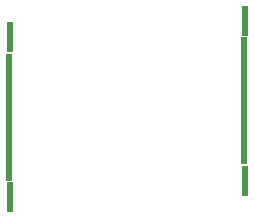
<source format=gbp>
%TF.GenerationSoftware,KiCad,Pcbnew,9.0.6*%
%TF.CreationDate,2025-12-01T13:51:19+09:00*%
%TF.ProjectId,fcBoard,6663426f-6172-4642-9e6b-696361645f70,0.2*%
%TF.SameCoordinates,Original*%
%TF.FileFunction,Paste,Bot*%
%TF.FilePolarity,Positive*%
%FSLAX46Y46*%
G04 Gerber Fmt 4.6, Leading zero omitted, Abs format (unit mm)*
G04 Created by KiCad (PCBNEW 9.0.6) date 2025-12-01 13:51:19*
%MOMM*%
%LPD*%
G01*
G04 APERTURE LIST*
%ADD10R,0.500000X2.800000*%
%ADD11R,0.600000X2.600000*%
G04 APERTURE END LIST*
D10*
%TO.C,J23*%
X168720000Y-388900000D03*
X168720000Y-387900000D03*
X168720000Y-386900000D03*
X168720000Y-385900000D03*
X168720000Y-384900000D03*
X168720000Y-383900000D03*
X168720000Y-382900000D03*
X168720000Y-381900000D03*
X168720000Y-380900000D03*
D11*
X168820000Y-391675000D03*
X168820000Y-378125000D03*
%TD*%
D10*
%TO.C,J24*%
X148800000Y-390315000D03*
X148800000Y-389315000D03*
X148800000Y-388315000D03*
X148800000Y-387315000D03*
X148800000Y-386315000D03*
X148800000Y-385315000D03*
X148800000Y-384315000D03*
X148800000Y-383315000D03*
X148800000Y-382315000D03*
D11*
X148900000Y-393090000D03*
X148900000Y-379540000D03*
%TD*%
M02*

</source>
